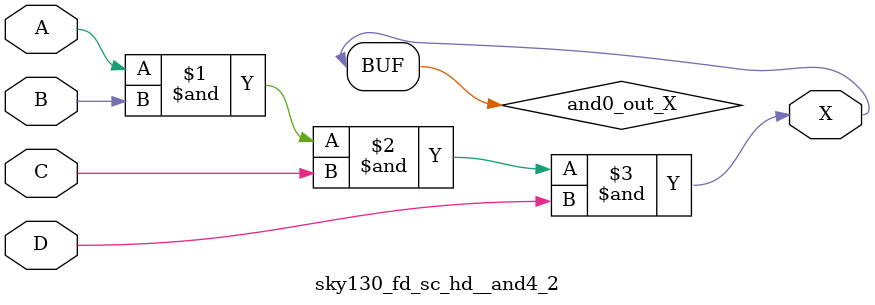
<source format=v>
/*
 * Copyright 2020 The SkyWater PDK Authors
 *
 * Licensed under the Apache License, Version 2.0 (the "License");
 * you may not use this file except in compliance with the License.
 * You may obtain a copy of the License at
 *
 *     https://www.apache.org/licenses/LICENSE-2.0
 *
 * Unless required by applicable law or agreed to in writing, software
 * distributed under the License is distributed on an "AS IS" BASIS,
 * WITHOUT WARRANTIES OR CONDITIONS OF ANY KIND, either express or implied.
 * See the License for the specific language governing permissions and
 * limitations under the License.
 *
 * SPDX-License-Identifier: Apache-2.0
*/


`ifndef SKY130_FD_SC_HD__AND4_2_FUNCTIONAL_V
`define SKY130_FD_SC_HD__AND4_2_FUNCTIONAL_V

/**
 * and4: 4-input AND.
 *
 * Verilog simulation functional model.
 */

`timescale 1ns / 1ps
`default_nettype none

`celldefine
module sky130_fd_sc_hd__and4_2 (
    X,
    A,
    B,
    C,
    D
);

    // Module ports
    output X;
    input  A;
    input  B;
    input  C;
    input  D;

    // Local signals
    wire and0_out_X;

    //  Name  Output      Other arguments
    and and0 (and0_out_X, A, B, C, D     );
    buf buf0 (X         , and0_out_X     );

endmodule
`endcelldefine

`default_nettype wire
`endif  // SKY130_FD_SC_HD__AND4_2_FUNCTIONAL_V

</source>
